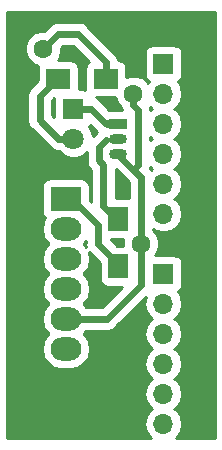
<source format=gbr>
G04 #@! TF.GenerationSoftware,KiCad,Pcbnew,5.0.0-rc2-dev-unknown-5e5e80d~64~ubuntu16.04.1*
G04 #@! TF.CreationDate,2018-05-07T09:49:11-03:00*
G04 #@! TF.ProjectId,audio_1,617564696F5F312E6B696361645F7063,rev?*
G04 #@! TF.SameCoordinates,Original*
G04 #@! TF.FileFunction,Copper,L2,Bot,Signal*
G04 #@! TF.FilePolarity,Positive*
%FSLAX46Y46*%
G04 Gerber Fmt 4.6, Leading zero omitted, Abs format (unit mm)*
G04 Created by KiCad (PCBNEW 5.0.0-rc2-dev-unknown-5e5e80d~64~ubuntu16.04.1) date Mon May  7 09:49:11 2018*
%MOMM*%
%LPD*%
G01*
G04 APERTURE LIST*
%ADD10R,1.700000X1.700000*%
%ADD11O,1.700000X1.700000*%
%ADD12R,1.500000X0.900000*%
%ADD13O,1.500000X0.900000*%
%ADD14C,1.800000*%
%ADD15R,1.800000X1.800000*%
%ADD16R,2.000000X1.700000*%
%ADD17R,1.700000X2.000000*%
%ADD18O,2.600000X2.000000*%
%ADD19R,2.600000X2.000000*%
%ADD20C,1.600000*%
%ADD21C,0.600000*%
%ADD22C,0.254000*%
G04 APERTURE END LIST*
D10*
X171450000Y-95250000D03*
D11*
X171450000Y-97790000D03*
X171450000Y-100330000D03*
X171450000Y-102870000D03*
X171450000Y-105410000D03*
X171450000Y-107950000D03*
D12*
X167640000Y-100330000D03*
D13*
X167640000Y-102870000D03*
X167640000Y-101600000D03*
D11*
X171450000Y-125730000D03*
X171450000Y-123190000D03*
X171450000Y-120650000D03*
X171450000Y-118110000D03*
X171450000Y-115570000D03*
D10*
X171450000Y-113030000D03*
D14*
X163830000Y-101600000D03*
D15*
X163830000Y-99060000D03*
D16*
X166560000Y-96520000D03*
X162560000Y-96520000D03*
D17*
X167640000Y-108395000D03*
X167640000Y-112395000D03*
D18*
X163195000Y-119380000D03*
X163195000Y-116840000D03*
X163195000Y-114300000D03*
X163195000Y-111760000D03*
X163195000Y-109220000D03*
D19*
X163195000Y-106680000D03*
D20*
X161290000Y-93980000D03*
X168910000Y-97790000D03*
X169552605Y-110483477D03*
D21*
X166560000Y-95070000D02*
X164200000Y-92710000D01*
X166560000Y-96520000D02*
X166560000Y-95070000D01*
X164200000Y-92710000D02*
X162560000Y-92710000D01*
X162560000Y-92710000D02*
X161290000Y-93980000D01*
X163762081Y-116840000D02*
X162560000Y-116840000D01*
X169290010Y-99160008D02*
X169290010Y-103840000D01*
X168910000Y-98779998D02*
X169290010Y-99160008D01*
X169290010Y-103840000D02*
X168910000Y-104220010D01*
X168910000Y-97790000D02*
X168910000Y-98779998D01*
X166665002Y-116840000D02*
X169545000Y-113960002D01*
X163195000Y-116840000D02*
X166665002Y-116840000D01*
X169545000Y-110491082D02*
X169552605Y-110483477D01*
X169545000Y-113960002D02*
X169545000Y-110491082D01*
X169552605Y-104862615D02*
X168829990Y-104140000D01*
X169552605Y-110483477D02*
X169552605Y-104862615D01*
X168829990Y-104140000D02*
X167640000Y-102950010D01*
X168910000Y-104220010D02*
X168829990Y-104140000D01*
X162410000Y-96520000D02*
X162560000Y-96520000D01*
X160960000Y-97970000D02*
X162410000Y-96520000D01*
X160960000Y-100002792D02*
X160960000Y-97970000D01*
X162557208Y-101600000D02*
X160960000Y-100002792D01*
X163830000Y-101600000D02*
X162557208Y-101600000D01*
X166780808Y-100249990D02*
X167640000Y-100249990D01*
X166700798Y-100330000D02*
X166780808Y-100249990D01*
X166519990Y-100249990D02*
X166780808Y-100249990D01*
X165330000Y-99060000D02*
X166519990Y-100249990D01*
X163830000Y-99060000D02*
X165330000Y-99060000D01*
X162560000Y-106680000D02*
X164010000Y-106680000D01*
X167640000Y-112245000D02*
X167640000Y-112395000D01*
X165889999Y-108927980D02*
X165889999Y-110494999D01*
X165889999Y-110494999D02*
X167640000Y-112245000D01*
X164282009Y-107319990D02*
X165889999Y-108927980D01*
X163834990Y-107319990D02*
X164282009Y-107319990D01*
X163195000Y-106680000D02*
X163834990Y-107319990D01*
X165989990Y-102310808D02*
X166620797Y-101680001D01*
X165989990Y-103429192D02*
X165989990Y-102310808D01*
X167450000Y-108395000D02*
X166370000Y-107315000D01*
X166370000Y-103809202D02*
X165989990Y-103429192D01*
X167640000Y-108395000D02*
X167450000Y-108395000D01*
X166370000Y-107315000D02*
X166370000Y-103809202D01*
D22*
G36*
X175820001Y-126925000D02*
X172500080Y-126925000D01*
X172586953Y-126866953D01*
X172935501Y-126345315D01*
X173057895Y-125730000D01*
X172935501Y-125114685D01*
X172586953Y-124593047D01*
X172387834Y-124460000D01*
X172586953Y-124326953D01*
X172935501Y-123805315D01*
X173057895Y-123190000D01*
X172935501Y-122574685D01*
X172586953Y-122053047D01*
X172387834Y-121920000D01*
X172586953Y-121786953D01*
X172935501Y-121265315D01*
X173057895Y-120650000D01*
X172935501Y-120034685D01*
X172586953Y-119513047D01*
X172387834Y-119380000D01*
X172586953Y-119246953D01*
X172935501Y-118725315D01*
X173057895Y-118110000D01*
X172935501Y-117494685D01*
X172586953Y-116973047D01*
X172387834Y-116840000D01*
X172586953Y-116706953D01*
X172935501Y-116185315D01*
X173057895Y-115570000D01*
X172935501Y-114954685D01*
X172646807Y-114522625D01*
X172824137Y-114404137D01*
X172984818Y-114163661D01*
X173041242Y-113880000D01*
X173041242Y-112180000D01*
X172984818Y-111896339D01*
X172824137Y-111655863D01*
X172583661Y-111495182D01*
X172300000Y-111438758D01*
X170756828Y-111438758D01*
X170847133Y-111348453D01*
X171079605Y-110787216D01*
X171079605Y-110179738D01*
X170847133Y-109618501D01*
X170579605Y-109350973D01*
X170579605Y-109265062D01*
X170834685Y-109435501D01*
X171294681Y-109527000D01*
X171605319Y-109527000D01*
X172065315Y-109435501D01*
X172586953Y-109086953D01*
X172935501Y-108565315D01*
X173057895Y-107950000D01*
X172935501Y-107334685D01*
X172586953Y-106813047D01*
X172387834Y-106680000D01*
X172586953Y-106546953D01*
X172935501Y-106025315D01*
X173057895Y-105410000D01*
X172935501Y-104794685D01*
X172586953Y-104273047D01*
X172387834Y-104140000D01*
X172586953Y-104006953D01*
X172935501Y-103485315D01*
X173057895Y-102870000D01*
X172935501Y-102254685D01*
X172586953Y-101733047D01*
X172387834Y-101600000D01*
X172586953Y-101466953D01*
X172935501Y-100945315D01*
X173057895Y-100330000D01*
X172935501Y-99714685D01*
X172586953Y-99193047D01*
X172387834Y-99060000D01*
X172586953Y-98926953D01*
X172935501Y-98405315D01*
X173057895Y-97790000D01*
X172935501Y-97174685D01*
X172646807Y-96742625D01*
X172824137Y-96624137D01*
X172984818Y-96383661D01*
X173041242Y-96100000D01*
X173041242Y-94400000D01*
X172984818Y-94116339D01*
X172824137Y-93875863D01*
X172583661Y-93715182D01*
X172300000Y-93658758D01*
X170600000Y-93658758D01*
X170316339Y-93715182D01*
X170075863Y-93875863D01*
X169915182Y-94116339D01*
X169858758Y-94400000D01*
X169858758Y-96100000D01*
X169915182Y-96383661D01*
X170075863Y-96624137D01*
X170253193Y-96742625D01*
X170160642Y-96881138D01*
X169774976Y-96495472D01*
X169213739Y-96263000D01*
X168606261Y-96263000D01*
X168301242Y-96389343D01*
X168301242Y-95670000D01*
X168244818Y-95386339D01*
X168084137Y-95145863D01*
X167843661Y-94985182D01*
X167579809Y-94932698D01*
X167537585Y-94720425D01*
X167527413Y-94669285D01*
X167300426Y-94329574D01*
X167214672Y-94272275D01*
X164997726Y-92055330D01*
X164940426Y-91969574D01*
X164600715Y-91742587D01*
X164301150Y-91683000D01*
X164301149Y-91683000D01*
X164200000Y-91662880D01*
X164098851Y-91683000D01*
X162661148Y-91683000D01*
X162559999Y-91662880D01*
X162458850Y-91683000D01*
X162159285Y-91742587D01*
X162159284Y-91742588D01*
X162159283Y-91742588D01*
X162085828Y-91791669D01*
X161819574Y-91969574D01*
X161762275Y-92055328D01*
X161364603Y-92453000D01*
X160986261Y-92453000D01*
X160425024Y-92685472D01*
X159995472Y-93115024D01*
X159763000Y-93676261D01*
X159763000Y-94283739D01*
X159995472Y-94844976D01*
X160425024Y-95274528D01*
X160861463Y-95455307D01*
X160818758Y-95670000D01*
X160818758Y-96658846D01*
X160305328Y-97172276D01*
X160219575Y-97229574D01*
X160048063Y-97486261D01*
X159992588Y-97569285D01*
X159912880Y-97970000D01*
X159933001Y-98071154D01*
X159933000Y-99901643D01*
X159912880Y-100002792D01*
X159933000Y-100103941D01*
X159992587Y-100403506D01*
X160219574Y-100743218D01*
X160305330Y-100800518D01*
X161759483Y-102254672D01*
X161816782Y-102340426D01*
X161998402Y-102461780D01*
X162156491Y-102567412D01*
X162156492Y-102567412D01*
X162156493Y-102567413D01*
X162456058Y-102627000D01*
X162557207Y-102647120D01*
X162573044Y-102643970D01*
X162908378Y-102979304D01*
X163506370Y-103227000D01*
X164153630Y-103227000D01*
X164751622Y-102979304D01*
X164962991Y-102767935D01*
X164962990Y-103328042D01*
X164942870Y-103429192D01*
X164962990Y-103530341D01*
X165022577Y-103829906D01*
X165249564Y-104169618D01*
X165335320Y-104226918D01*
X165343001Y-104234599D01*
X165343000Y-106928585D01*
X165236242Y-106821827D01*
X165236242Y-105680000D01*
X165179818Y-105396339D01*
X165019137Y-105155863D01*
X164778661Y-104995182D01*
X164495000Y-104938758D01*
X161895000Y-104938758D01*
X161611339Y-104995182D01*
X161370863Y-105155863D01*
X161210182Y-105396339D01*
X161153758Y-105680000D01*
X161153758Y-107680000D01*
X161210182Y-107963661D01*
X161370863Y-108204137D01*
X161457882Y-108262282D01*
X161268202Y-108546158D01*
X161134167Y-109220000D01*
X161268202Y-109893842D01*
X161649903Y-110465097D01*
X161687173Y-110490000D01*
X161649903Y-110514903D01*
X161268202Y-111086158D01*
X161134167Y-111760000D01*
X161268202Y-112433842D01*
X161649903Y-113005097D01*
X161687173Y-113030000D01*
X161649903Y-113054903D01*
X161268202Y-113626158D01*
X161134167Y-114300000D01*
X161268202Y-114973842D01*
X161649903Y-115545097D01*
X161687173Y-115570000D01*
X161649903Y-115594903D01*
X161268202Y-116166158D01*
X161134167Y-116840000D01*
X161268202Y-117513842D01*
X161649903Y-118085097D01*
X161687173Y-118110000D01*
X161649903Y-118134903D01*
X161268202Y-118706158D01*
X161134167Y-119380000D01*
X161268202Y-120053842D01*
X161649903Y-120625097D01*
X162221158Y-121006798D01*
X162724909Y-121107000D01*
X163665091Y-121107000D01*
X164168842Y-121006798D01*
X164740097Y-120625097D01*
X165121798Y-120053842D01*
X165255833Y-119380000D01*
X165121798Y-118706158D01*
X164740097Y-118134903D01*
X164702827Y-118110000D01*
X164740097Y-118085097D01*
X164885825Y-117867000D01*
X166563853Y-117867000D01*
X166665002Y-117887120D01*
X166766151Y-117867000D01*
X166766152Y-117867000D01*
X167065717Y-117807413D01*
X167405428Y-117580426D01*
X167462728Y-117494670D01*
X169955010Y-115002389D01*
X169842105Y-115570000D01*
X169964499Y-116185315D01*
X170313047Y-116706953D01*
X170512166Y-116840000D01*
X170313047Y-116973047D01*
X169964499Y-117494685D01*
X169842105Y-118110000D01*
X169964499Y-118725315D01*
X170313047Y-119246953D01*
X170512166Y-119380000D01*
X170313047Y-119513047D01*
X169964499Y-120034685D01*
X169842105Y-120650000D01*
X169964499Y-121265315D01*
X170313047Y-121786953D01*
X170512166Y-121920000D01*
X170313047Y-122053047D01*
X169964499Y-122574685D01*
X169842105Y-123190000D01*
X169964499Y-123805315D01*
X170313047Y-124326953D01*
X170512166Y-124460000D01*
X170313047Y-124593047D01*
X169964499Y-125114685D01*
X169842105Y-125730000D01*
X169964499Y-126345315D01*
X170313047Y-126866953D01*
X170399920Y-126925000D01*
X158190000Y-126925000D01*
X158190000Y-90880000D01*
X175820000Y-90880000D01*
X175820001Y-126925000D01*
X175820001Y-126925000D01*
G37*
X175820001Y-126925000D02*
X172500080Y-126925000D01*
X172586953Y-126866953D01*
X172935501Y-126345315D01*
X173057895Y-125730000D01*
X172935501Y-125114685D01*
X172586953Y-124593047D01*
X172387834Y-124460000D01*
X172586953Y-124326953D01*
X172935501Y-123805315D01*
X173057895Y-123190000D01*
X172935501Y-122574685D01*
X172586953Y-122053047D01*
X172387834Y-121920000D01*
X172586953Y-121786953D01*
X172935501Y-121265315D01*
X173057895Y-120650000D01*
X172935501Y-120034685D01*
X172586953Y-119513047D01*
X172387834Y-119380000D01*
X172586953Y-119246953D01*
X172935501Y-118725315D01*
X173057895Y-118110000D01*
X172935501Y-117494685D01*
X172586953Y-116973047D01*
X172387834Y-116840000D01*
X172586953Y-116706953D01*
X172935501Y-116185315D01*
X173057895Y-115570000D01*
X172935501Y-114954685D01*
X172646807Y-114522625D01*
X172824137Y-114404137D01*
X172984818Y-114163661D01*
X173041242Y-113880000D01*
X173041242Y-112180000D01*
X172984818Y-111896339D01*
X172824137Y-111655863D01*
X172583661Y-111495182D01*
X172300000Y-111438758D01*
X170756828Y-111438758D01*
X170847133Y-111348453D01*
X171079605Y-110787216D01*
X171079605Y-110179738D01*
X170847133Y-109618501D01*
X170579605Y-109350973D01*
X170579605Y-109265062D01*
X170834685Y-109435501D01*
X171294681Y-109527000D01*
X171605319Y-109527000D01*
X172065315Y-109435501D01*
X172586953Y-109086953D01*
X172935501Y-108565315D01*
X173057895Y-107950000D01*
X172935501Y-107334685D01*
X172586953Y-106813047D01*
X172387834Y-106680000D01*
X172586953Y-106546953D01*
X172935501Y-106025315D01*
X173057895Y-105410000D01*
X172935501Y-104794685D01*
X172586953Y-104273047D01*
X172387834Y-104140000D01*
X172586953Y-104006953D01*
X172935501Y-103485315D01*
X173057895Y-102870000D01*
X172935501Y-102254685D01*
X172586953Y-101733047D01*
X172387834Y-101600000D01*
X172586953Y-101466953D01*
X172935501Y-100945315D01*
X173057895Y-100330000D01*
X172935501Y-99714685D01*
X172586953Y-99193047D01*
X172387834Y-99060000D01*
X172586953Y-98926953D01*
X172935501Y-98405315D01*
X173057895Y-97790000D01*
X172935501Y-97174685D01*
X172646807Y-96742625D01*
X172824137Y-96624137D01*
X172984818Y-96383661D01*
X173041242Y-96100000D01*
X173041242Y-94400000D01*
X172984818Y-94116339D01*
X172824137Y-93875863D01*
X172583661Y-93715182D01*
X172300000Y-93658758D01*
X170600000Y-93658758D01*
X170316339Y-93715182D01*
X170075863Y-93875863D01*
X169915182Y-94116339D01*
X169858758Y-94400000D01*
X169858758Y-96100000D01*
X169915182Y-96383661D01*
X170075863Y-96624137D01*
X170253193Y-96742625D01*
X170160642Y-96881138D01*
X169774976Y-96495472D01*
X169213739Y-96263000D01*
X168606261Y-96263000D01*
X168301242Y-96389343D01*
X168301242Y-95670000D01*
X168244818Y-95386339D01*
X168084137Y-95145863D01*
X167843661Y-94985182D01*
X167579809Y-94932698D01*
X167537585Y-94720425D01*
X167527413Y-94669285D01*
X167300426Y-94329574D01*
X167214672Y-94272275D01*
X164997726Y-92055330D01*
X164940426Y-91969574D01*
X164600715Y-91742587D01*
X164301150Y-91683000D01*
X164301149Y-91683000D01*
X164200000Y-91662880D01*
X164098851Y-91683000D01*
X162661148Y-91683000D01*
X162559999Y-91662880D01*
X162458850Y-91683000D01*
X162159285Y-91742587D01*
X162159284Y-91742588D01*
X162159283Y-91742588D01*
X162085828Y-91791669D01*
X161819574Y-91969574D01*
X161762275Y-92055328D01*
X161364603Y-92453000D01*
X160986261Y-92453000D01*
X160425024Y-92685472D01*
X159995472Y-93115024D01*
X159763000Y-93676261D01*
X159763000Y-94283739D01*
X159995472Y-94844976D01*
X160425024Y-95274528D01*
X160861463Y-95455307D01*
X160818758Y-95670000D01*
X160818758Y-96658846D01*
X160305328Y-97172276D01*
X160219575Y-97229574D01*
X160048063Y-97486261D01*
X159992588Y-97569285D01*
X159912880Y-97970000D01*
X159933001Y-98071154D01*
X159933000Y-99901643D01*
X159912880Y-100002792D01*
X159933000Y-100103941D01*
X159992587Y-100403506D01*
X160219574Y-100743218D01*
X160305330Y-100800518D01*
X161759483Y-102254672D01*
X161816782Y-102340426D01*
X161998402Y-102461780D01*
X162156491Y-102567412D01*
X162156492Y-102567412D01*
X162156493Y-102567413D01*
X162456058Y-102627000D01*
X162557207Y-102647120D01*
X162573044Y-102643970D01*
X162908378Y-102979304D01*
X163506370Y-103227000D01*
X164153630Y-103227000D01*
X164751622Y-102979304D01*
X164962991Y-102767935D01*
X164962990Y-103328042D01*
X164942870Y-103429192D01*
X164962990Y-103530341D01*
X165022577Y-103829906D01*
X165249564Y-104169618D01*
X165335320Y-104226918D01*
X165343001Y-104234599D01*
X165343000Y-106928585D01*
X165236242Y-106821827D01*
X165236242Y-105680000D01*
X165179818Y-105396339D01*
X165019137Y-105155863D01*
X164778661Y-104995182D01*
X164495000Y-104938758D01*
X161895000Y-104938758D01*
X161611339Y-104995182D01*
X161370863Y-105155863D01*
X161210182Y-105396339D01*
X161153758Y-105680000D01*
X161153758Y-107680000D01*
X161210182Y-107963661D01*
X161370863Y-108204137D01*
X161457882Y-108262282D01*
X161268202Y-108546158D01*
X161134167Y-109220000D01*
X161268202Y-109893842D01*
X161649903Y-110465097D01*
X161687173Y-110490000D01*
X161649903Y-110514903D01*
X161268202Y-111086158D01*
X161134167Y-111760000D01*
X161268202Y-112433842D01*
X161649903Y-113005097D01*
X161687173Y-113030000D01*
X161649903Y-113054903D01*
X161268202Y-113626158D01*
X161134167Y-114300000D01*
X161268202Y-114973842D01*
X161649903Y-115545097D01*
X161687173Y-115570000D01*
X161649903Y-115594903D01*
X161268202Y-116166158D01*
X161134167Y-116840000D01*
X161268202Y-117513842D01*
X161649903Y-118085097D01*
X161687173Y-118110000D01*
X161649903Y-118134903D01*
X161268202Y-118706158D01*
X161134167Y-119380000D01*
X161268202Y-120053842D01*
X161649903Y-120625097D01*
X162221158Y-121006798D01*
X162724909Y-121107000D01*
X163665091Y-121107000D01*
X164168842Y-121006798D01*
X164740097Y-120625097D01*
X165121798Y-120053842D01*
X165255833Y-119380000D01*
X165121798Y-118706158D01*
X164740097Y-118134903D01*
X164702827Y-118110000D01*
X164740097Y-118085097D01*
X164885825Y-117867000D01*
X166563853Y-117867000D01*
X166665002Y-117887120D01*
X166766151Y-117867000D01*
X166766152Y-117867000D01*
X167065717Y-117807413D01*
X167405428Y-117580426D01*
X167462728Y-117494670D01*
X169955010Y-115002389D01*
X169842105Y-115570000D01*
X169964499Y-116185315D01*
X170313047Y-116706953D01*
X170512166Y-116840000D01*
X170313047Y-116973047D01*
X169964499Y-117494685D01*
X169842105Y-118110000D01*
X169964499Y-118725315D01*
X170313047Y-119246953D01*
X170512166Y-119380000D01*
X170313047Y-119513047D01*
X169964499Y-120034685D01*
X169842105Y-120650000D01*
X169964499Y-121265315D01*
X170313047Y-121786953D01*
X170512166Y-121920000D01*
X170313047Y-122053047D01*
X169964499Y-122574685D01*
X169842105Y-123190000D01*
X169964499Y-123805315D01*
X170313047Y-124326953D01*
X170512166Y-124460000D01*
X170313047Y-124593047D01*
X169964499Y-125114685D01*
X169842105Y-125730000D01*
X169964499Y-126345315D01*
X170313047Y-126866953D01*
X170399920Y-126925000D01*
X158190000Y-126925000D01*
X158190000Y-90880000D01*
X175820000Y-90880000D01*
X175820001Y-126925000D01*
G36*
X165235327Y-111292723D02*
X166048758Y-112106155D01*
X166048758Y-113395000D01*
X166105182Y-113678661D01*
X166265863Y-113919137D01*
X166506339Y-114079818D01*
X166790000Y-114136242D01*
X167916363Y-114136242D01*
X166239606Y-115813000D01*
X164885825Y-115813000D01*
X164740097Y-115594903D01*
X164702827Y-115570000D01*
X164740097Y-115545097D01*
X165121798Y-114973842D01*
X165255833Y-114300000D01*
X165121798Y-113626158D01*
X164740097Y-113054903D01*
X164702827Y-113030000D01*
X164740097Y-113005097D01*
X165121798Y-112433842D01*
X165255833Y-111760000D01*
X165151782Y-111236901D01*
X165235327Y-111292723D01*
X165235327Y-111292723D01*
G37*
X165235327Y-111292723D02*
X166048758Y-112106155D01*
X166048758Y-113395000D01*
X166105182Y-113678661D01*
X166265863Y-113919137D01*
X166506339Y-114079818D01*
X166790000Y-114136242D01*
X167916363Y-114136242D01*
X166239606Y-115813000D01*
X164885825Y-115813000D01*
X164740097Y-115594903D01*
X164702827Y-115570000D01*
X164740097Y-115545097D01*
X165121798Y-114973842D01*
X165255833Y-114300000D01*
X165121798Y-113626158D01*
X164740097Y-113054903D01*
X164702827Y-113030000D01*
X164740097Y-113005097D01*
X165121798Y-112433842D01*
X165255833Y-111760000D01*
X165151782Y-111236901D01*
X165235327Y-111292723D01*
G36*
X164863000Y-110393846D02*
X164842879Y-110494999D01*
X164892084Y-110742368D01*
X164740097Y-110514903D01*
X164702827Y-110490000D01*
X164740097Y-110465097D01*
X164863000Y-110281160D01*
X164863000Y-110393846D01*
X164863000Y-110393846D01*
G37*
X164863000Y-110393846D02*
X164842879Y-110494999D01*
X164892084Y-110742368D01*
X164740097Y-110514903D01*
X164702827Y-110490000D01*
X164740097Y-110465097D01*
X164863000Y-110281160D01*
X164863000Y-110393846D01*
G36*
X168025605Y-110179738D02*
X168025605Y-110653758D01*
X167501155Y-110653758D01*
X166983638Y-110136242D01*
X168043622Y-110136242D01*
X168025605Y-110179738D01*
X168025605Y-110179738D01*
G37*
X168025605Y-110179738D02*
X168025605Y-110653758D01*
X167501155Y-110653758D01*
X166983638Y-110136242D01*
X168043622Y-110136242D01*
X168025605Y-110179738D01*
G36*
X168112280Y-104874687D02*
X168169575Y-104960435D01*
X168255325Y-105017731D01*
X168525606Y-105288012D01*
X168525606Y-106660840D01*
X168490000Y-106653758D01*
X167397000Y-106653758D01*
X167397000Y-104159406D01*
X168112280Y-104874687D01*
X168112280Y-104874687D01*
G37*
X168112280Y-104874687D02*
X168169575Y-104960435D01*
X168255325Y-105017731D01*
X168525606Y-105288012D01*
X168525606Y-106660840D01*
X168490000Y-106653758D01*
X167397000Y-106653758D01*
X167397000Y-104159406D01*
X168112280Y-104874687D01*
G36*
X170313047Y-104006953D02*
X170512166Y-104140000D01*
X170368896Y-104235730D01*
X170293031Y-104122189D01*
X170282411Y-104115093D01*
X170306015Y-103996428D01*
X170313047Y-104006953D01*
X170313047Y-104006953D01*
G37*
X170313047Y-104006953D02*
X170512166Y-104140000D01*
X170368896Y-104235730D01*
X170293031Y-104122189D01*
X170282411Y-104115093D01*
X170306015Y-103996428D01*
X170313047Y-104006953D01*
G36*
X170512166Y-101600000D02*
X170317010Y-101730399D01*
X170317010Y-101469601D01*
X170512166Y-101600000D01*
X170512166Y-101600000D01*
G37*
X170512166Y-101600000D02*
X170317010Y-101730399D01*
X170317010Y-101469601D01*
X170512166Y-101600000D01*
G36*
X165722265Y-100904662D02*
X165779564Y-100990416D01*
X165826575Y-101021827D01*
X165457000Y-101391402D01*
X165457000Y-101276370D01*
X165209304Y-100678378D01*
X165110823Y-100579897D01*
X165254137Y-100484137D01*
X165273204Y-100455601D01*
X165722265Y-100904662D01*
X165722265Y-100904662D01*
G37*
X165722265Y-100904662D02*
X165779564Y-100990416D01*
X165826575Y-101021827D01*
X165457000Y-101391402D01*
X165457000Y-101276370D01*
X165209304Y-100678378D01*
X165110823Y-100579897D01*
X165254137Y-100484137D01*
X165273204Y-100455601D01*
X165722265Y-100904662D01*
G36*
X162188758Y-99779154D02*
X161987000Y-99577396D01*
X161987000Y-98395396D01*
X162188758Y-98193638D01*
X162188758Y-99779154D01*
X162188758Y-99779154D01*
G37*
X162188758Y-99779154D02*
X161987000Y-99577396D01*
X161987000Y-98395396D01*
X162188758Y-98193638D01*
X162188758Y-99779154D01*
G36*
X170313047Y-98926953D02*
X170512166Y-99060000D01*
X170333242Y-99179553D01*
X170337130Y-99160007D01*
X170292853Y-98937412D01*
X170281331Y-98879487D01*
X170313047Y-98926953D01*
X170313047Y-98926953D01*
G37*
X170313047Y-98926953D02*
X170512166Y-99060000D01*
X170333242Y-99179553D01*
X170337130Y-99160007D01*
X170292853Y-98937412D01*
X170281331Y-98879487D01*
X170313047Y-98926953D01*
G36*
X167615472Y-98654976D02*
X167893269Y-98932773D01*
X167934243Y-99138758D01*
X166890000Y-99138758D01*
X166865940Y-99143544D01*
X166127726Y-98405330D01*
X166070426Y-98319574D01*
X165758634Y-98111242D01*
X167390250Y-98111242D01*
X167615472Y-98654976D01*
X167615472Y-98654976D01*
G37*
X167615472Y-98654976D02*
X167893269Y-98932773D01*
X167934243Y-99138758D01*
X166890000Y-99138758D01*
X166865940Y-99143544D01*
X166127726Y-98405330D01*
X166070426Y-98319574D01*
X165758634Y-98111242D01*
X167390250Y-98111242D01*
X167615472Y-98654976D01*
G36*
X165124345Y-95086741D02*
X165035863Y-95145863D01*
X164875182Y-95386339D01*
X164818758Y-95670000D01*
X164818758Y-97370000D01*
X164832513Y-97439149D01*
X164730000Y-97418758D01*
X164291543Y-97418758D01*
X164301242Y-97370000D01*
X164301242Y-95670000D01*
X164244818Y-95386339D01*
X164084137Y-95145863D01*
X163843661Y-94985182D01*
X163560000Y-94928758D01*
X162500746Y-94928758D01*
X162584528Y-94844976D01*
X162817000Y-94283739D01*
X162817000Y-93905397D01*
X162985397Y-93737000D01*
X163774604Y-93737000D01*
X165124345Y-95086741D01*
X165124345Y-95086741D01*
G37*
X165124345Y-95086741D02*
X165035863Y-95145863D01*
X164875182Y-95386339D01*
X164818758Y-95670000D01*
X164818758Y-97370000D01*
X164832513Y-97439149D01*
X164730000Y-97418758D01*
X164291543Y-97418758D01*
X164301242Y-97370000D01*
X164301242Y-95670000D01*
X164244818Y-95386339D01*
X164084137Y-95145863D01*
X163843661Y-94985182D01*
X163560000Y-94928758D01*
X162500746Y-94928758D01*
X162584528Y-94844976D01*
X162817000Y-94283739D01*
X162817000Y-93905397D01*
X162985397Y-93737000D01*
X163774604Y-93737000D01*
X165124345Y-95086741D01*
M02*

</source>
